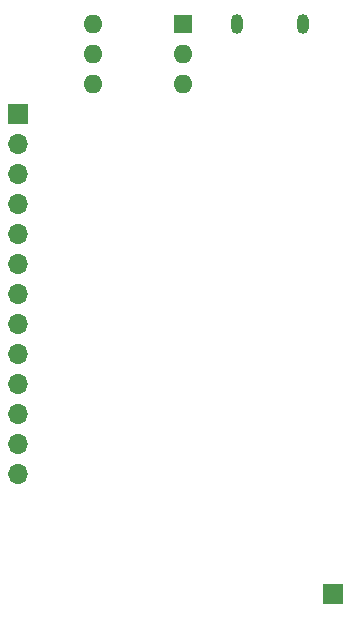
<source format=gbr>
%TF.GenerationSoftware,KiCad,Pcbnew,8.0.4-8.0.4-0~ubuntu22.04.1*%
%TF.CreationDate,2024-08-06T20:40:26+03:00*%
%TF.ProjectId,PM-ESPC3,504d2d45-5350-4433-932e-6b696361645f,rev?*%
%TF.SameCoordinates,Original*%
%TF.FileFunction,Soldermask,Bot*%
%TF.FilePolarity,Negative*%
%FSLAX46Y46*%
G04 Gerber Fmt 4.6, Leading zero omitted, Abs format (unit mm)*
G04 Created by KiCad (PCBNEW 8.0.4-8.0.4-0~ubuntu22.04.1) date 2024-08-06 20:40:26*
%MOMM*%
%LPD*%
G01*
G04 APERTURE LIST*
%ADD10O,1.000000X1.700000*%
%ADD11R,1.600000X1.600000*%
%ADD12O,1.600000X1.600000*%
%ADD13R,1.700000X1.700000*%
%ADD14O,1.700000X1.700000*%
G04 APERTURE END LIST*
D10*
%TO.C,J1*%
X83820029Y-71119992D03*
X78170027Y-71119992D03*
%TD*%
D11*
%TO.C,SW3*%
X73660000Y-71120000D03*
D12*
X73660000Y-73660000D03*
X73660000Y-76200000D03*
X66040000Y-76200000D03*
X66040000Y-73660000D03*
X66040000Y-71120000D03*
%TD*%
D13*
%TO.C,J2*%
X59690000Y-78740000D03*
D14*
X59690000Y-81280000D03*
X59690000Y-83820000D03*
X59690000Y-86360000D03*
X59690000Y-88900000D03*
X59690000Y-91440000D03*
X59690000Y-93980000D03*
X59690000Y-96520000D03*
X59690000Y-99060000D03*
X59690000Y-101600000D03*
X59690000Y-104140000D03*
X59690000Y-106680000D03*
X59690000Y-109220000D03*
%TD*%
D13*
%TO.C,J3*%
X86360000Y-119380000D03*
%TD*%
M02*

</source>
